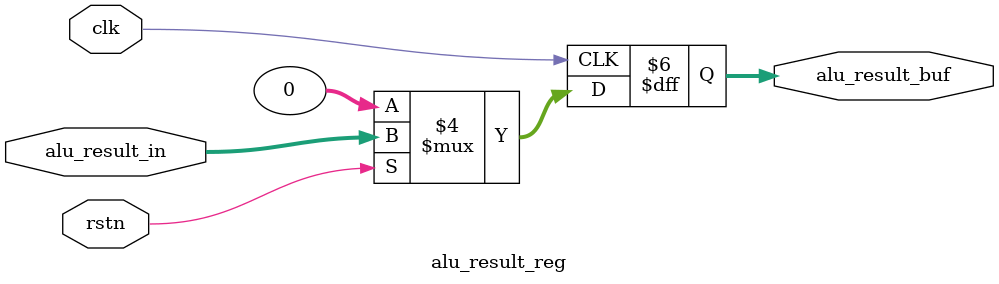
<source format=v>
module alu_result_reg (
  input clk, rstn,
  input [31:0] alu_result_in,
  output reg [31:0] alu_result_buf
);

always @ (posedge clk) begin
  if (!rstn) alu_result_buf <= 32'b0;
  else alu_result_buf <= alu_result_in;
end

endmodule

</source>
